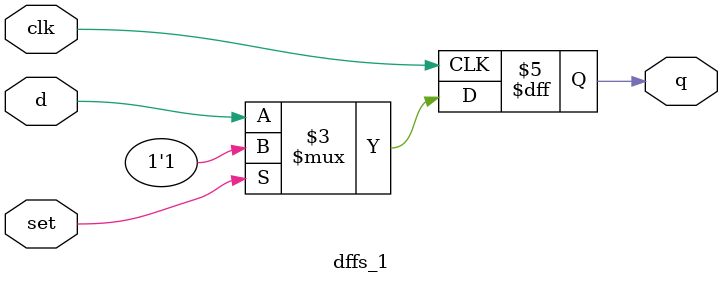
<source format=v>

`celldefine


module dffc_3 ( clk, reset, d, q );
	// synthesis attribute keep_hierarchy dffc_3 "true";
	input clk;
	input reset;
	input [2:0] d;
	output [2:0] q;
	reg [2:0] q;
	// synopsys translate_off
`ifdef RANDOM_INIT
	initial
	$random_init("q");
`endif
`ifdef CHK_RESET_EOS
	assert_quiescent_state #(0,1,0, 
	"***ERROR ASSERT: reset still asserted at end of simulation")
	a0(.clk(clk),.reset_n(1'b1), .state_expr(reset),
	.check_value(1'b0), .sample_event(1'b0));
`endif
	// synopsys translate_on
	always @(posedge clk) begin
	if (reset)
	q <= 3'b0;
	else
	q <= d;
	end
endmodule

// macexp DFFC 6
// macexp $size 256
// macexp $instance
// macexp clk
// macexp reset
// macexp d
// macexp q

module dffc_256 ( clk, reset, d, q );
	// synthesis attribute keep_hierarchy dffc_256 "true";
	input clk;
	input reset;
	input [255:0] d;
	output [255:0] q;
	reg [255:0] q;
	// synopsys translate_off
`ifdef RANDOM_INIT
	initial
	$random_init("q");
`endif
`ifdef CHK_RESET_EOS
	assert_quiescent_state #(0,1,0, 
	"***ERROR ASSERT: reset still asserted at end of simulation")
	a0(.clk(clk),.reset_n(1'b1), .state_expr(reset),
	.check_value(1'b0), .sample_event(1'b0));
`endif
	// synopsys translate_on
	always @(posedge clk) begin
	if (reset)
	q <= 256'b0;
	else
	q <= d;
	end
endmodule

// macexp DFFSI 7
// macexp $size 9
// macexp $instance
// macexp clk
// macexp reset
// macexp init
// macexp d
// macexp q

module dffsi_9 ( clk, reset, init, d, q );
	// synthesis attribute keep_hierarchy dffsi_9 "true";
	input clk;
	input reset;
	input [8:0] init;
	input [8:0] d;
	output [8:0] q;
	reg [8:0] q;
	// synopsys translate_off
`ifdef RANDOM_INIT
	initial
	$random_init("q");
`endif
`ifdef CHK_RESET_EOS
	assert_quiescent_state #(0,1,0, 
	"***ERROR ASSERT: reset still asserted at end of simulation")
	a0(.clk(clk),.reset_n(1'b1), .state_expr(reset),
	.check_value(1'b0), .sample_event(1'b0));
`endif
	// synopsys translate_on
	always @(posedge clk) begin
	if (reset)
	q <= init;
	else
	q <= d;
	end
endmodule

// macexp DFFC 6
// macexp $size 8
// macexp $instance
// macexp clk
// macexp reset
// macexp d
// macexp q

module dffc_8 ( clk, reset, d, q );
	// synthesis attribute keep_hierarchy dffc_8 "true";
	input clk;
	input reset;
	input [7:0] d;
	output [7:0] q;
	reg [7:0] q;
	// synopsys translate_off
`ifdef RANDOM_INIT
	initial
	$random_init("q");
`endif
`ifdef CHK_RESET_EOS
	assert_quiescent_state #(0,1,0, 
	"***ERROR ASSERT: reset still asserted at end of simulation")
	a0(.clk(clk),.reset_n(1'b1), .state_expr(reset),
	.check_value(1'b0), .sample_event(1'b0));
`endif
	// synopsys translate_on
	always @(posedge clk) begin
	if (reset)
	q <= 8'b0;
	else
	q <= d;
	end
endmodule

// macexp DFFC 6
// macexp $size 1
// macexp $instance
// macexp clk
// macexp reset
// macexp d
// macexp q

module dffc_1 ( clk, reset, d, q );
	// synthesis attribute keep_hierarchy dffc_1 "true";
	input clk;
	input reset;
	input d;
	output q;
	reg q;
	// synopsys translate_off
`ifdef RANDOM_INIT
	initial
	$random_init("q");
`endif
`ifdef CHK_RESET_EOS
	assert_quiescent_state #(0,1,0, 
	"***ERROR ASSERT: reset still asserted at end of simulation")
	a0(.clk(clk),.reset_n(1'b1), .state_expr(reset),
	.check_value(1'b0), .sample_event(1'b0));
`endif
	// synopsys translate_on
	always @(posedge clk) begin
	if (reset)
	q <= 1'b0;
	else
	q <= d;
	end
endmodule

// macexp DFF 5
// macexp $size 3
// macexp $instance
// macexp clk
// macexp d
// macexp q

module dff_3 ( clk, d, q );
	// synthesis attribute keep_hierarchy dff_3 "true";
	input clk;
	input [2:0] d;
	output [2:0] q;
	reg [2:0] q;
	// synopsys translate_off
`ifdef RANDOM_INIT
	initial
	$random_init("q");
`endif
	// synopsys translate_on
	always @(posedge clk) begin
	q <= d;
	end
endmodule

// macexp DFF 5
// macexp $size 1
// macexp $instance
// macexp clk
// macexp d
// macexp q

module dff_1 ( clk, d, q );
	// synthesis attribute keep_hierarchy dff_1 "true";
	input clk;
	input d;
	output q;
	reg q;
	// synopsys translate_off
`ifdef RANDOM_INIT
	initial
	$random_init("q");
`endif
	// synopsys translate_on
	always @(posedge clk) begin
	q <= d;
	end
endmodule

// macexp DFFR 6
// macexp $size 3
// macexp $instance
// macexp clk
// macexp reset
// macexp d
// macexp q

module dffr_3 ( clk, reset, d, q );
	// synthesis attribute keep_hierarchy dffr_3 "true";
	input clk;
	input reset;
	input [2:0] d;
	output [2:0] q;
	reg [2:0] q;
	// synopsys translate_off
`ifdef RANDOM_INIT
	initial
	$random_init("q");
`endif
`ifdef CHK_RESET_EOS
	assert_quiescent_state #(0,1,0, 
	"***ERROR ASSERT: reset still asserted at end of simulation")
	a0(.clk(clk),.reset_n(1'b1), .state_expr(reset),
	.check_value(1'b0), .sample_event(1'b0));
`endif
	// synopsys translate_on
	always @(posedge clk or posedge reset) begin
	if (reset)
	q <= 3'b0;
	else
	q <= d;
	end
endmodule

// macexp DFF 5
// macexp $size 64
// macexp $instance
// macexp clk
// macexp d
// macexp q

module dff_64 ( clk, d, q );
	// synthesis attribute keep_hierarchy dff_64 "true";
	input clk;
	input [63:0] d;
	output [63:0] q;
	reg [63:0] q;
	// synopsys translate_off
`ifdef RANDOM_INIT
	initial
	$random_init("q");
`endif
	// synopsys translate_on
	always @(posedge clk) begin
	q <= d;
	end
endmodule

// macexp DFF 5
// macexp $size 2
// macexp $instance
// macexp clk
// macexp d
// macexp q

module dff_2 ( clk, d, q );
	// synthesis attribute keep_hierarchy dff_2 "true";
	input clk;
	input [1:0] d;
	output [1:0] q;
	reg [1:0] q;
	// synopsys translate_off
`ifdef RANDOM_INIT
	initial
	$random_init("q");
`endif
	// synopsys translate_on
	always @(posedge clk) begin
	q <= d;
	end
endmodule

// macexp DFF 5
// macexp $size 48
// macexp $instance
// macexp clk
// macexp d
// macexp q

module dff_48 ( clk, d, q );
	// synthesis attribute keep_hierarchy dff_48 "true";
	input clk;
	input [47:0] d;
	output [47:0] q;
	reg [47:0] q;
	// synopsys translate_off
`ifdef RANDOM_INIT
	initial
	$random_init("q");
`endif
	// synopsys translate_on
	always @(posedge clk) begin
	q <= d;
	end
endmodule

// macexp DFFS_KEEP 6
// macexp $size 1
// macexp $instance
// macexp clk
// macexp set
// macexp d
// macexp q

module dffs_keep_1 ( clk, set, d, q );
	// synthesis attribute keep_hierarchy dffs_keep_1 "true";
	// synthesis attribute equivalent_register_removal dffs_keep_1 "no";
	// synthesis attribute shift_extract dffs_keep_1 "no";
	// synthesis attribute shreg_extract dffs_keep_1 "no";
	input clk;
	input set;
	input d;
	// synthesis attribute keep q "true";
	output q;
	// synopsys translate_off
`ifdef CHK_RESET_EOS
	assert_quiescent_state #(0,1,0, 
	"***ERROR ASSERT: set still asserted at end of simulation")
	a0(.clk(clk),.reset_n(1'b1), .state_expr(set),
	.check_value(1'b0), .sample_event(1'b0));
`endif
	// synopsys translate_on
	(* shreg_extract = "no" *)
	(* equivalent_register_removal = "no" *)
	(* S = "TRUE" *)
	(* KEEP = "TRUE" *)
	reg /* synthesis syn_preserve = 1 */ q;
	// synopsys translate_off
`ifdef RANDOM_INIT
	initial
	$random_init("q");
`endif
	// synopsys translate_on
	always @(posedge clk) begin
	if (set)
	q <= ~(1'b0);
	else
	q <= d;
	end
endmodule

// macexp MUX8 12
// macexp $size 115
// macexp $instance
// macexp s
// macexp i0
// macexp i1
// macexp i2
// macexp i3
// macexp i4
// macexp i5
// macexp i6
// macexp i7
// macexp o

module mux8_115 ( s, i0, i1, i2, i3, i4, i5, i6, i7, o );
	// synthesis attribute keep_hierarchy mux8_115 "true";
	input  [2:0] s;
	input  [114:0] i0, i1, i2, i3, i4, i5, i6, i7;
	output [114:0] o;
	wire [7:0] mi0;
	wire [7:0] mi1;
	wire [7:0] mi2;
	wire [7:0] mi3;
	wire [7:0] mi4;
	wire [7:0] mi5;
	wire [7:0] mi6;
	wire [7:0] mi7;
	wire [7:0] mi8;
	wire [7:0] mi9;
	wire [7:0] mi10;
	wire [7:0] mi11;
	wire [7:0] mi12;
	wire [7:0] mi13;
	wire [7:0] mi14;
	wire [7:0] mi15;
	wire [7:0] mi16;
	wire [7:0] mi17;
	wire [7:0] mi18;
	wire [7:0] mi19;
	wire [7:0] mi20;
	wire [7:0] mi21;
	wire [7:0] mi22;
	wire [7:0] mi23;
	wire [7:0] mi24;
	wire [7:0] mi25;
	wire [7:0] mi26;
	wire [7:0] mi27;
	wire [7:0] mi28;
	wire [7:0] mi29;
	wire [7:0] mi30;
	wire [7:0] mi31;
	wire [7:0] mi32;
	wire [7:0] mi33;
	wire [7:0] mi34;
	wire [7:0] mi35;
	wire [7:0] mi36;
	wire [7:0] mi37;
	wire [7:0] mi38;
	wire [7:0] mi39;
	wire [7:0] mi40;
	wire [7:0] mi41;
	wire [7:0] mi42;
	wire [7:0] mi43;
	wire [7:0] mi44;
	wire [7:0] mi45;
	wire [7:0] mi46;
	wire [7:0] mi47;
	wire [7:0] mi48;
	wire [7:0] mi49;
	wire [7:0] mi50;
	wire [7:0] mi51;
	wire [7:0] mi52;
	wire [7:0] mi53;
	wire [7:0] mi54;
	wire [7:0] mi55;
	wire [7:0] mi56;
	wire [7:0] mi57;
	wire [7:0] mi58;
	wire [7:0] mi59;
	wire [7:0] mi60;
	wire [7:0] mi61;
	wire [7:0] mi62;
	wire [7:0] mi63;
	wire [7:0] mi64;
	wire [7:0] mi65;
	wire [7:0] mi66;
	wire [7:0] mi67;
	wire [7:0] mi68;
	wire [7:0] mi69;
	wire [7:0] mi70;
	wire [7:0] mi71;
	wire [7:0] mi72;
	wire [7:0] mi73;
	wire [7:0] mi74;
	wire [7:0] mi75;
	wire [7:0] mi76;
	wire [7:0] mi77;
	wire [7:0] mi78;
	wire [7:0] mi79;
	wire [7:0] mi80;
	wire [7:0] mi81;
	wire [7:0] mi82;
	wire [7:0] mi83;
	wire [7:0] mi84;
	wire [7:0] mi85;
	wire [7:0] mi86;
	wire [7:0] mi87;
	wire [7:0] mi88;
	wire [7:0] mi89;
	wire [7:0] mi90;
	wire [7:0] mi91;
	wire [7:0] mi92;
	wire [7:0] mi93;
	wire [7:0] mi94;
	wire [7:0] mi95;
	wire [7:0] mi96;
	wire [7:0] mi97;
	wire [7:0] mi98;
	wire [7:0] mi99;
	wire [7:0] mi100;
	wire [7:0] mi101;
	wire [7:0] mi102;
	wire [7:0] mi103;
	wire [7:0] mi104;
	wire [7:0] mi105;
	wire [7:0] mi106;
	wire [7:0] mi107;
	wire [7:0] mi108;
	wire [7:0] mi109;
	wire [7:0] mi110;
	wire [7:0] mi111;
	wire [7:0] mi112;
	wire [7:0] mi113;
	wire [7:0] mi114;
	assign mi0 = {i7[0], i6[0], i5[0], i4[0], 
	i3[0], i2[0], i1[0], i0[0]};
	assign o[0] = mi0[s];
	assign mi1 = {i7[1], i6[1], i5[1], i4[1], 
	i3[1], i2[1], i1[1], i0[1]};
	assign o[1] = mi1[s];
	assign mi2 = {i7[2], i6[2], i5[2], i4[2], 
	i3[2], i2[2], i1[2], i0[2]};
	assign o[2] = mi2[s];
	assign mi3 = {i7[3], i6[3], i5[3], i4[3], 
	i3[3], i2[3], i1[3], i0[3]};
	assign o[3] = mi3[s];
	assign mi4 = {i7[4], i6[4], i5[4], i4[4], 
	i3[4], i2[4], i1[4], i0[4]};
	assign o[4] = mi4[s];
	assign mi5 = {i7[5], i6[5], i5[5], i4[5], 
	i3[5], i2[5], i1[5], i0[5]};
	assign o[5] = mi5[s];
	assign mi6 = {i7[6], i6[6], i5[6], i4[6], 
	i3[6], i2[6], i1[6], i0[6]};
	assign o[6] = mi6[s];
	assign mi7 = {i7[7], i6[7], i5[7], i4[7], 
	i3[7], i2[7], i1[7], i0[7]};
	assign o[7] = mi7[s];
	assign mi8 = {i7[8], i6[8], i5[8], i4[8], 
	i3[8], i2[8], i1[8], i0[8]};
	assign o[8] = mi8[s];
	assign mi9 = {i7[9], i6[9], i5[9], i4[9], 
	i3[9], i2[9], i1[9], i0[9]};
	assign o[9] = mi9[s];
	assign mi10 = {i7[10], i6[10], i5[10], i4[10], 
	i3[10], i2[10], i1[10], i0[10]};
	assign o[10] = mi10[s];
	assign mi11 = {i7[11], i6[11], i5[11], i4[11], 
	i3[11], i2[11], i1[11], i0[11]};
	assign o[11] = mi11[s];
	assign mi12 = {i7[12], i6[12], i5[12], i4[12], 
	i3[12], i2[12], i1[12], i0[12]};
	assign o[12] = mi12[s];
	assign mi13 = {i7[13], i6[13], i5[13], i4[13], 
	i3[13], i2[13], i1[13], i0[13]};
	assign o[13] = mi13[s];
	assign mi14 = {i7[14], i6[14], i5[14], i4[14], 
	i3[14], i2[14], i1[14], i0[14]};
	assign o[14] = mi14[s];
	assign mi15 = {i7[15], i6[15], i5[15], i4[15], 
	i3[15], i2[15], i1[15], i0[15]};
	assign o[15] = mi15[s];
	assign mi16 = {i7[16], i6[16], i5[16], i4[16], 
	i3[16], i2[16], i1[16], i0[16]};
	assign o[16] = mi16[s];
	assign mi17 = {i7[17], i6[17], i5[17], i4[17], 
	i3[17], i2[17], i1[17], i0[17]};
	assign o[17] = mi17[s];
	assign mi18 = {i7[18], i6[18], i5[18], i4[18], 
	i3[18], i2[18], i1[18], i0[18]};
	assign o[18] = mi18[s];
	assign mi19 = {i7[19], i6[19], i5[19], i4[19], 
	i3[19], i2[19], i1[19], i0[19]};
	assign o[19] = mi19[s];
	assign mi20 = {i7[20], i6[20], i5[20], i4[20], 
	i3[20], i2[20], i1[20], i0[20]};
	assign o[20] = mi20[s];
	assign mi21 = {i7[21], i6[21], i5[21], i4[21], 
	i3[21], i2[21], i1[21], i0[21]};
	assign o[21] = mi21[s];
	assign mi22 = {i7[22], i6[22], i5[22], i4[22], 
	i3[22], i2[22], i1[22], i0[22]};
	assign o[22] = mi22[s];
	assign mi23 = {i7[23], i6[23], i5[23], i4[23], 
	i3[23], i2[23], i1[23], i0[23]};
	assign o[23] = mi23[s];
	assign mi24 = {i7[24], i6[24], i5[24], i4[24], 
	i3[24], i2[24], i1[24], i0[24]};
	assign o[24] = mi24[s];
	assign mi25 = {i7[25], i6[25], i5[25], i4[25], 
	i3[25], i2[25], i1[25], i0[25]};
	assign o[25] = mi25[s];
	assign mi26 = {i7[26], i6[26], i5[26], i4[26], 
	i3[26], i2[26], i1[26], i0[26]};
	assign o[26] = mi26[s];
	assign mi27 = {i7[27], i6[27], i5[27], i4[27], 
	i3[27], i2[27], i1[27], i0[27]};
	assign o[27] = mi27[s];
	assign mi28 = {i7[28], i6[28], i5[28], i4[28], 
	i3[28], i2[28], i1[28], i0[28]};
	assign o[28] = mi28[s];
	assign mi29 = {i7[29], i6[29], i5[29], i4[29], 
	i3[29], i2[29], i1[29], i0[29]};
	assign o[29] = mi29[s];
	assign mi30 = {i7[30], i6[30], i5[30], i4[30], 
	i3[30], i2[30], i1[30], i0[30]};
	assign o[30] = mi30[s];
	assign mi31 = {i7[31], i6[31], i5[31], i4[31], 
	i3[31], i2[31], i1[31], i0[31]};
	assign o[31] = mi31[s];
	assign mi32 = {i7[32], i6[32], i5[32], i4[32], 
	i3[32], i2[32], i1[32], i0[32]};
	assign o[32] = mi32[s];
	assign mi33 = {i7[33], i6[33], i5[33], i4[33], 
	i3[33], i2[33], i1[33], i0[33]};
	assign o[33] = mi33[s];
	assign mi34 = {i7[34], i6[34], i5[34], i4[34], 
	i3[34], i2[34], i1[34], i0[34]};
	assign o[34] = mi34[s];
	assign mi35 = {i7[35], i6[35], i5[35], i4[35], 
	i3[35], i2[35], i1[35], i0[35]};
	assign o[35] = mi35[s];
	assign mi36 = {i7[36], i6[36], i5[36], i4[36], 
	i3[36], i2[36], i1[36], i0[36]};
	assign o[36] = mi36[s];
	assign mi37 = {i7[37], i6[37], i5[37], i4[37], 
	i3[37], i2[37], i1[37], i0[37]};
	assign o[37] = mi37[s];
	assign mi38 = {i7[38], i6[38], i5[38], i4[38], 
	i3[38], i2[38], i1[38], i0[38]};
	assign o[38] = mi38[s];
	assign mi39 = {i7[39], i6[39], i5[39], i4[39], 
	i3[39], i2[39], i1[39], i0[39]};
	assign o[39] = mi39[s];
	assign mi40 = {i7[40], i6[40], i5[40], i4[40], 
	i3[40], i2[40], i1[40], i0[40]};
	assign o[40] = mi40[s];
	assign mi41 = {i7[41], i6[41], i5[41], i4[41], 
	i3[41], i2[41], i1[41], i0[41]};
	assign o[41] = mi41[s];
	assign mi42 = {i7[42], i6[42], i5[42], i4[42], 
	i3[42], i2[42], i1[42], i0[42]};
	assign o[42] = mi42[s];
	assign mi43 = {i7[43], i6[43], i5[43], i4[43], 
	i3[43], i2[43], i1[43], i0[43]};
	assign o[43] = mi43[s];
	assign mi44 = {i7[44], i6[44], i5[44], i4[44], 
	i3[44], i2[44], i1[44], i0[44]};
	assign o[44] = mi44[s];
	assign mi45 = {i7[45], i6[45], i5[45], i4[45], 
	i3[45], i2[45], i1[45], i0[45]};
	assign o[45] = mi45[s];
	assign mi46 = {i7[46], i6[46], i5[46], i4[46], 
	i3[46], i2[46], i1[46], i0[46]};
	assign o[46] = mi46[s];
	assign mi47 = {i7[47], i6[47], i5[47], i4[47], 
	i3[47], i2[47], i1[47], i0[47]};
	assign o[47] = mi47[s];
	assign mi48 = {i7[48], i6[48], i5[48], i4[48], 
	i3[48], i2[48], i1[48], i0[48]};
	assign o[48] = mi48[s];
	assign mi49 = {i7[49], i6[49], i5[49], i4[49], 
	i3[49], i2[49], i1[49], i0[49]};
	assign o[49] = mi49[s];
	assign mi50 = {i7[50], i6[50], i5[50], i4[50], 
	i3[50], i2[50], i1[50], i0[50]};
	assign o[50] = mi50[s];
	assign mi51 = {i7[51], i6[51], i5[51], i4[51], 
	i3[51], i2[51], i1[51], i0[51]};
	assign o[51] = mi51[s];
	assign mi52 = {i7[52], i6[52], i5[52], i4[52], 
	i3[52], i2[52], i1[52], i0[52]};
	assign o[52] = mi52[s];
	assign mi53 = {i7[53], i6[53], i5[53], i4[53], 
	i3[53], i2[53], i1[53], i0[53]};
	assign o[53] = mi53[s];
	assign mi54 = {i7[54], i6[54], i5[54], i4[54], 
	i3[54], i2[54], i1[54], i0[54]};
	assign o[54] = mi54[s];
	assign mi55 = {i7[55], i6[55], i5[55], i4[55], 
	i3[55], i2[55], i1[55], i0[55]};
	assign o[55] = mi55[s];
	assign mi56 = {i7[56], i6[56], i5[56], i4[56], 
	i3[56], i2[56], i1[56], i0[56]};
	assign o[56] = mi56[s];
	assign mi57 = {i7[57], i6[57], i5[57], i4[57], 
	i3[57], i2[57], i1[57], i0[57]};
	assign o[57] = mi57[s];
	assign mi58 = {i7[58], i6[58], i5[58], i4[58], 
	i3[58], i2[58], i1[58], i0[58]};
	assign o[58] = mi58[s];
	assign mi59 = {i7[59], i6[59], i5[59], i4[59], 
	i3[59], i2[59], i1[59], i0[59]};
	assign o[59] = mi59[s];
	assign mi60 = {i7[60], i6[60], i5[60], i4[60], 
	i3[60], i2[60], i1[60], i0[60]};
	assign o[60] = mi60[s];
	assign mi61 = {i7[61], i6[61], i5[61], i4[61], 
	i3[61], i2[61], i1[61], i0[61]};
	assign o[61] = mi61[s];
	assign mi62 = {i7[62], i6[62], i5[62], i4[62], 
	i3[62], i2[62], i1[62], i0[62]};
	assign o[62] = mi62[s];
	assign mi63 = {i7[63], i6[63], i5[63], i4[63], 
	i3[63], i2[63], i1[63], i0[63]};
	assign o[63] = mi63[s];
	assign mi64 = {i7[64], i6[64], i5[64], i4[64], 
	i3[64], i2[64], i1[64], i0[64]};
	assign o[64] = mi64[s];
	assign mi65 = {i7[65], i6[65], i5[65], i4[65], 
	i3[65], i2[65], i1[65], i0[65]};
	assign o[65] = mi65[s];
	assign mi66 = {i7[66], i6[66], i5[66], i4[66], 
	i3[66], i2[66], i1[66], i0[66]};
	assign o[66] = mi66[s];
	assign mi67 = {i7[67], i6[67], i5[67], i4[67], 
	i3[67], i2[67], i1[67], i0[67]};
	assign o[67] = mi67[s];
	assign mi68 = {i7[68], i6[68], i5[68], i4[68], 
	i3[68], i2[68], i1[68], i0[68]};
	assign o[68] = mi68[s];
	assign mi69 = {i7[69], i6[69], i5[69], i4[69], 
	i3[69], i2[69], i1[69], i0[69]};
	assign o[69] = mi69[s];
	assign mi70 = {i7[70], i6[70], i5[70], i4[70], 
	i3[70], i2[70], i1[70], i0[70]};
	assign o[70] = mi70[s];
	assign mi71 = {i7[71], i6[71], i5[71], i4[71], 
	i3[71], i2[71], i1[71], i0[71]};
	assign o[71] = mi71[s];
	assign mi72 = {i7[72], i6[72], i5[72], i4[72], 
	i3[72], i2[72], i1[72], i0[72]};
	assign o[72] = mi72[s];
	assign mi73 = {i7[73], i6[73], i5[73], i4[73], 
	i3[73], i2[73], i1[73], i0[73]};
	assign o[73] = mi73[s];
	assign mi74 = {i7[74], i6[74], i5[74], i4[74], 
	i3[74], i2[74], i1[74], i0[74]};
	assign o[74] = mi74[s];
	assign mi75 = {i7[75], i6[75], i5[75], i4[75], 
	i3[75], i2[75], i1[75], i0[75]};
	assign o[75] = mi75[s];
	assign mi76 = {i7[76], i6[76], i5[76], i4[76], 
	i3[76], i2[76], i1[76], i0[76]};
	assign o[76] = mi76[s];
	assign mi77 = {i7[77], i6[77], i5[77], i4[77], 
	i3[77], i2[77], i1[77], i0[77]};
	assign o[77] = mi77[s];
	assign mi78 = {i7[78], i6[78], i5[78], i4[78], 
	i3[78], i2[78], i1[78], i0[78]};
	assign o[78] = mi78[s];
	assign mi79 = {i7[79], i6[79], i5[79], i4[79], 
	i3[79], i2[79], i1[79], i0[79]};
	assign o[79] = mi79[s];
	assign mi80 = {i7[80], i6[80], i5[80], i4[80], 
	i3[80], i2[80], i1[80], i0[80]};
	assign o[80] = mi80[s];
	assign mi81 = {i7[81], i6[81], i5[81], i4[81], 
	i3[81], i2[81], i1[81], i0[81]};
	assign o[81] = mi81[s];
	assign mi82 = {i7[82], i6[82], i5[82], i4[82], 
	i3[82], i2[82], i1[82], i0[82]};
	assign o[82] = mi82[s];
	assign mi83 = {i7[83], i6[83], i5[83], i4[83], 
	i3[83], i2[83], i1[83], i0[83]};
	assign o[83] = mi83[s];
	assign mi84 = {i7[84], i6[84], i5[84], i4[84], 
	i3[84], i2[84], i1[84], i0[84]};
	assign o[84] = mi84[s];
	assign mi85 = {i7[85], i6[85], i5[85], i4[85], 
	i3[85], i2[85], i1[85], i0[85]};
	assign o[85] = mi85[s];
	assign mi86 = {i7[86], i6[86], i5[86], i4[86], 
	i3[86], i2[86], i1[86], i0[86]};
	assign o[86] = mi86[s];
	assign mi87 = {i7[87], i6[87], i5[87], i4[87], 
	i3[87], i2[87], i1[87], i0[87]};
	assign o[87] = mi87[s];
	assign mi88 = {i7[88], i6[88], i5[88], i4[88], 
	i3[88], i2[88], i1[88], i0[88]};
	assign o[88] = mi88[s];
	assign mi89 = {i7[89], i6[89], i5[89], i4[89], 
	i3[89], i2[89], i1[89], i0[89]};
	assign o[89] = mi89[s];
	assign mi90 = {i7[90], i6[90], i5[90], i4[90], 
	i3[90], i2[90], i1[90], i0[90]};
	assign o[90] = mi90[s];
	assign mi91 = {i7[91], i6[91], i5[91], i4[91], 
	i3[91], i2[91], i1[91], i0[91]};
	assign o[91] = mi91[s];
	assign mi92 = {i7[92], i6[92], i5[92], i4[92], 
	i3[92], i2[92], i1[92], i0[92]};
	assign o[92] = mi92[s];
	assign mi93 = {i7[93], i6[93], i5[93], i4[93], 
	i3[93], i2[93], i1[93], i0[93]};
	assign o[93] = mi93[s];
	assign mi94 = {i7[94], i6[94], i5[94], i4[94], 
	i3[94], i2[94], i1[94], i0[94]};
	assign o[94] = mi94[s];
	assign mi95 = {i7[95], i6[95], i5[95], i4[95], 
	i3[95], i2[95], i1[95], i0[95]};
	assign o[95] = mi95[s];
	assign mi96 = {i7[96], i6[96], i5[96], i4[96], 
	i3[96], i2[96], i1[96], i0[96]};
	assign o[96] = mi96[s];
	assign mi97 = {i7[97], i6[97], i5[97], i4[97], 
	i3[97], i2[97], i1[97], i0[97]};
	assign o[97] = mi97[s];
	assign mi98 = {i7[98], i6[98], i5[98], i4[98], 
	i3[98], i2[98], i1[98], i0[98]};
	assign o[98] = mi98[s];
	assign mi99 = {i7[99], i6[99], i5[99], i4[99], 
	i3[99], i2[99], i1[99], i0[99]};
	assign o[99] = mi99[s];
	assign mi100 = {i7[100], i6[100], i5[100], i4[100], 
	i3[100], i2[100], i1[100], i0[100]};
	assign o[100] = mi100[s];
	assign mi101 = {i7[101], i6[101], i5[101], i4[101], 
	i3[101], i2[101], i1[101], i0[101]};
	assign o[101] = mi101[s];
	assign mi102 = {i7[102], i6[102], i5[102], i4[102], 
	i3[102], i2[102], i1[102], i0[102]};
	assign o[102] = mi102[s];
	assign mi103 = {i7[103], i6[103], i5[103], i4[103], 
	i3[103], i2[103], i1[103], i0[103]};
	assign o[103] = mi103[s];
	assign mi104 = {i7[104], i6[104], i5[104], i4[104], 
	i3[104], i2[104], i1[104], i0[104]};
	assign o[104] = mi104[s];
	assign mi105 = {i7[105], i6[105], i5[105], i4[105], 
	i3[105], i2[105], i1[105], i0[105]};
	assign o[105] = mi105[s];
	assign mi106 = {i7[106], i6[106], i5[106], i4[106], 
	i3[106], i2[106], i1[106], i0[106]};
	assign o[106] = mi106[s];
	assign mi107 = {i7[107], i6[107], i5[107], i4[107], 
	i3[107], i2[107], i1[107], i0[107]};
	assign o[107] = mi107[s];
	assign mi108 = {i7[108], i6[108], i5[108], i4[108], 
	i3[108], i2[108], i1[108], i0[108]};
	assign o[108] = mi108[s];
	assign mi109 = {i7[109], i6[109], i5[109], i4[109], 
	i3[109], i2[109], i1[109], i0[109]};
	assign o[109] = mi109[s];
	assign mi110 = {i7[110], i6[110], i5[110], i4[110], 
	i3[110], i2[110], i1[110], i0[110]};
	assign o[110] = mi110[s];
	assign mi111 = {i7[111], i6[111], i5[111], i4[111], 
	i3[111], i2[111], i1[111], i0[111]};
	assign o[111] = mi111[s];
	assign mi112 = {i7[112], i6[112], i5[112], i4[112], 
	i3[112], i2[112], i1[112], i0[112]};
	assign o[112] = mi112[s];
	assign mi113 = {i7[113], i6[113], i5[113], i4[113], 
	i3[113], i2[113], i1[113], i0[113]};
	assign o[113] = mi113[s];
	assign mi114 = {i7[114], i6[114], i5[114], i4[114], 
	i3[114], i2[114], i1[114], i0[114]};
	assign o[114] = mi114[s];
endmodule

// macexp MUX8 12
// macexp $size 96
// macexp $instance
// macexp s
// macexp i0
// macexp i1
// macexp i2
// macexp i3
// macexp i4
// macexp i5
// macexp i6
// macexp i7
// macexp o

module mux8_96 ( s, i0, i1, i2, i3, i4, i5, i6, i7, o );
	// synthesis attribute keep_hierarchy mux8_96 "true";
	input  [2:0] s;
	input  [95:0] i0, i1, i2, i3, i4, i5, i6, i7;
	output [95:0] o;
	wire [7:0] mi0;
	wire [7:0] mi1;
	wire [7:0] mi2;
	wire [7:0] mi3;
	wire [7:0] mi4;
	wire [7:0] mi5;
	wire [7:0] mi6;
	wire [7:0] mi7;
	wire [7:0] mi8;
	wire [7:0] mi9;
	wire [7:0] mi10;
	wire [7:0] mi11;
	wire [7:0] mi12;
	wire [7:0] mi13;
	wire [7:0] mi14;
	wire [7:0] mi15;
	wire [7:0] mi16;
	wire [7:0] mi17;
	wire [7:0] mi18;
	wire [7:0] mi19;
	wire [7:0] mi20;
	wire [7:0] mi21;
	wire [7:0] mi22;
	wire [7:0] mi23;
	wire [7:0] mi24;
	wire [7:0] mi25;
	wire [7:0] mi26;
	wire [7:0] mi27;
	wire [7:0] mi28;
	wire [7:0] mi29;
	wire [7:0] mi30;
	wire [7:0] mi31;
	wire [7:0] mi32;
	wire [7:0] mi33;
	wire [7:0] mi34;
	wire [7:0] mi35;
	wire [7:0] mi36;
	wire [7:0] mi37;
	wire [7:0] mi38;
	wire [7:0] mi39;
	wire [7:0] mi40;
	wire [7:0] mi41;
	wire [7:0] mi42;
	wire [7:0] mi43;
	wire [7:0] mi44;
	wire [7:0] mi45;
	wire [7:0] mi46;
	wire [7:0] mi47;
	wire [7:0] mi48;
	wire [7:0] mi49;
	wire [7:0] mi50;
	wire [7:0] mi51;
	wire [7:0] mi52;
	wire [7:0] mi53;
	wire [7:0] mi54;
	wire [7:0] mi55;
	wire [7:0] mi56;
	wire [7:0] mi57;
	wire [7:0] mi58;
	wire [7:0] mi59;
	wire [7:0] mi60;
	wire [7:0] mi61;
	wire [7:0] mi62;
	wire [7:0] mi63;
	wire [7:0] mi64;
	wire [7:0] mi65;
	wire [7:0] mi66;
	wire [7:0] mi67;
	wire [7:0] mi68;
	wire [7:0] mi69;
	wire [7:0] mi70;
	wire [7:0] mi71;
	wire [7:0] mi72;
	wire [7:0] mi73;
	wire [7:0] mi74;
	wire [7:0] mi75;
	wire [7:0] mi76;
	wire [7:0] mi77;
	wire [7:0] mi78;
	wire [7:0] mi79;
	wire [7:0] mi80;
	wire [7:0] mi81;
	wire [7:0] mi82;
	wire [7:0] mi83;
	wire [7:0] mi84;
	wire [7:0] mi85;
	wire [7:0] mi86;
	wire [7:0] mi87;
	wire [7:0] mi88;
	wire [7:0] mi89;
	wire [7:0] mi90;
	wire [7:0] mi91;
	wire [7:0] mi92;
	wire [7:0] mi93;
	wire [7:0] mi94;
	wire [7:0] mi95;
	assign mi0 = {i7[0], i6[0], i5[0], i4[0], 
	i3[0], i2[0], i1[0], i0[0]};
	assign o[0] = mi0[s];
	assign mi1 = {i7[1], i6[1], i5[1], i4[1], 
	i3[1], i2[1], i1[1], i0[1]};
	assign o[1] = mi1[s];
	assign mi2 = {i7[2], i6[2], i5[2], i4[2], 
	i3[2], i2[2], i1[2], i0[2]};
	assign o[2] = mi2[s];
	assign mi3 = {i7[3], i6[3], i5[3], i4[3], 
	i3[3], i2[3], i1[3], i0[3]};
	assign o[3] = mi3[s];
	assign mi4 = {i7[4], i6[4], i5[4], i4[4], 
	i3[4], i2[4], i1[4], i0[4]};
	assign o[4] = mi4[s];
	assign mi5 = {i7[5], i6[5], i5[5], i4[5], 
	i3[5], i2[5], i1[5], i0[5]};
	assign o[5] = mi5[s];
	assign mi6 = {i7[6], i6[6], i5[6], i4[6], 
	i3[6], i2[6], i1[6], i0[6]};
	assign o[6] = mi6[s];
	assign mi7 = {i7[7], i6[7], i5[7], i4[7], 
	i3[7], i2[7], i1[7], i0[7]};
	assign o[7] = mi7[s];
	assign mi8 = {i7[8], i6[8], i5[8], i4[8], 
	i3[8], i2[8], i1[8], i0[8]};
	assign o[8] = mi8[s];
	assign mi9 = {i7[9], i6[9], i5[9], i4[9], 
	i3[9], i2[9], i1[9], i0[9]};
	assign o[9] = mi9[s];
	assign mi10 = {i7[10], i6[10], i5[10], i4[10], 
	i3[10], i2[10], i1[10], i0[10]};
	assign o[10] = mi10[s];
	assign mi11 = {i7[11], i6[11], i5[11], i4[11], 
	i3[11], i2[11], i1[11], i0[11]};
	assign o[11] = mi11[s];
	assign mi12 = {i7[12], i6[12], i5[12], i4[12], 
	i3[12], i2[12], i1[12], i0[12]};
	assign o[12] = mi12[s];
	assign mi13 = {i7[13], i6[13], i5[13], i4[13], 
	i3[13], i2[13], i1[13], i0[13]};
	assign o[13] = mi13[s];
	assign mi14 = {i7[14], i6[14], i5[14], i4[14], 
	i3[14], i2[14], i1[14], i0[14]};
	assign o[14] = mi14[s];
	assign mi15 = {i7[15], i6[15], i5[15], i4[15], 
	i3[15], i2[15], i1[15], i0[15]};
	assign o[15] = mi15[s];
	assign mi16 = {i7[16], i6[16], i5[16], i4[16], 
	i3[16], i2[16], i1[16], i0[16]};
	assign o[16] = mi16[s];
	assign mi17 = {i7[17], i6[17], i5[17], i4[17], 
	i3[17], i2[17], i1[17], i0[17]};
	assign o[17] = mi17[s];
	assign mi18 = {i7[18], i6[18], i5[18], i4[18], 
	i3[18], i2[18], i1[18], i0[18]};
	assign o[18] = mi18[s];
	assign mi19 = {i7[19], i6[19], i5[19], i4[19], 
	i3[19], i2[19], i1[19], i0[19]};
	assign o[19] = mi19[s];
	assign mi20 = {i7[20], i6[20], i5[20], i4[20], 
	i3[20], i2[20], i1[20], i0[20]};
	assign o[20] = mi20[s];
	assign mi21 = {i7[21], i6[21], i5[21], i4[21], 
	i3[21], i2[21], i1[21], i0[21]};
	assign o[21] = mi21[s];
	assign mi22 = {i7[22], i6[22], i5[22], i4[22], 
	i3[22], i2[22], i1[22], i0[22]};
	assign o[22] = mi22[s];
	assign mi23 = {i7[23], i6[23], i5[23], i4[23], 
	i3[23], i2[23], i1[23], i0[23]};
	assign o[23] = mi23[s];
	assign mi24 = {i7[24], i6[24], i5[24], i4[24], 
	i3[24], i2[24], i1[24], i0[24]};
	assign o[24] = mi24[s];
	assign mi25 = {i7[25], i6[25], i5[25], i4[25], 
	i3[25], i2[25], i1[25], i0[25]};
	assign o[25] = mi25[s];
	assign mi26 = {i7[26], i6[26], i5[26], i4[26], 
	i3[26], i2[26], i1[26], i0[26]};
	assign o[26] = mi26[s];
	assign mi27 = {i7[27], i6[27], i5[27], i4[27], 
	i3[27], i2[27], i1[27], i0[27]};
	assign o[27] = mi27[s];
	assign mi28 = {i7[28], i6[28], i5[28], i4[28], 
	i3[28], i2[28], i1[28], i0[28]};
	assign o[28] = mi28[s];
	assign mi29 = {i7[29], i6[29], i5[29], i4[29], 
	i3[29], i2[29], i1[29], i0[29]};
	assign o[29] = mi29[s];
	assign mi30 = {i7[30], i6[30], i5[30], i4[30], 
	i3[30], i2[30], i1[30], i0[30]};
	assign o[30] = mi30[s];
	assign mi31 = {i7[31], i6[31], i5[31], i4[31], 
	i3[31], i2[31], i1[31], i0[31]};
	assign o[31] = mi31[s];
	assign mi32 = {i7[32], i6[32], i5[32], i4[32], 
	i3[32], i2[32], i1[32], i0[32]};
	assign o[32] = mi32[s];
	assign mi33 = {i7[33], i6[33], i5[33], i4[33], 
	i3[33], i2[33], i1[33], i0[33]};
	assign o[33] = mi33[s];
	assign mi34 = {i7[34], i6[34], i5[34], i4[34], 
	i3[34], i2[34], i1[34], i0[34]};
	assign o[34] = mi34[s];
	assign mi35 = {i7[35], i6[35], i5[35], i4[35], 
	i3[35], i2[35], i1[35], i0[35]};
	assign o[35] = mi35[s];
	assign mi36 = {i7[36], i6[36], i5[36], i4[36], 
	i3[36], i2[36], i1[36], i0[36]};
	assign o[36] = mi36[s];
	assign mi37 = {i7[37], i6[37], i5[37], i4[37], 
	i3[37], i2[37], i1[37], i0[37]};
	assign o[37] = mi37[s];
	assign mi38 = {i7[38], i6[38], i5[38], i4[38], 
	i3[38], i2[38], i1[38], i0[38]};
	assign o[38] = mi38[s];
	assign mi39 = {i7[39], i6[39], i5[39], i4[39], 
	i3[39], i2[39], i1[39], i0[39]};
	assign o[39] = mi39[s];
	assign mi40 = {i7[40], i6[40], i5[40], i4[40], 
	i3[40], i2[40], i1[40], i0[40]};
	assign o[40] = mi40[s];
	assign mi41 = {i7[41], i6[41], i5[41], i4[41], 
	i3[41], i2[41], i1[41], i0[41]};
	assign o[41] = mi41[s];
	assign mi42 = {i7[42], i6[42], i5[42], i4[42], 
	i3[42], i2[42], i1[42], i0[42]};
	assign o[42] = mi42[s];
	assign mi43 = {i7[43], i6[43], i5[43], i4[43], 
	i3[43], i2[43], i1[43], i0[43]};
	assign o[43] = mi43[s];
	assign mi44 = {i7[44], i6[44], i5[44], i4[44], 
	i3[44], i2[44], i1[44], i0[44]};
	assign o[44] = mi44[s];
	assign mi45 = {i7[45], i6[45], i5[45], i4[45], 
	i3[45], i2[45], i1[45], i0[45]};
	assign o[45] = mi45[s];
	assign mi46 = {i7[46], i6[46], i5[46], i4[46], 
	i3[46], i2[46], i1[46], i0[46]};
	assign o[46] = mi46[s];
	assign mi47 = {i7[47], i6[47], i5[47], i4[47], 
	i3[47], i2[47], i1[47], i0[47]};
	assign o[47] = mi47[s];
	assign mi48 = {i7[48], i6[48], i5[48], i4[48], 
	i3[48], i2[48], i1[48], i0[48]};
	assign o[48] = mi48[s];
	assign mi49 = {i7[49], i6[49], i5[49], i4[49], 
	i3[49], i2[49], i1[49], i0[49]};
	assign o[49] = mi49[s];
	assign mi50 = {i7[50], i6[50], i5[50], i4[50], 
	i3[50], i2[50], i1[50], i0[50]};
	assign o[50] = mi50[s];
	assign mi51 = {i7[51], i6[51], i5[51], i4[51], 
	i3[51], i2[51], i1[51], i0[51]};
	assign o[51] = mi51[s];
	assign mi52 = {i7[52], i6[52], i5[52], i4[52], 
	i3[52], i2[52], i1[52], i0[52]};
	assign o[52] = mi52[s];
	assign mi53 = {i7[53], i6[53], i5[53], i4[53], 
	i3[53], i2[53], i1[53], i0[53]};
	assign o[53] = mi53[s];
	assign mi54 = {i7[54], i6[54], i5[54], i4[54], 
	i3[54], i2[54], i1[54], i0[54]};
	assign o[54] = mi54[s];
	assign mi55 = {i7[55], i6[55], i5[55], i4[55], 
	i3[55], i2[55], i1[55], i0[55]};
	assign o[55] = mi55[s];
	assign mi56 = {i7[56], i6[56], i5[56], i4[56], 
	i3[56], i2[56], i1[56], i0[56]};
	assign o[56] = mi56[s];
	assign mi57 = {i7[57], i6[57], i5[57], i4[57], 
	i3[57], i2[57], i1[57], i0[57]};
	assign o[57] = mi57[s];
	assign mi58 = {i7[58], i6[58], i5[58], i4[58], 
	i3[58], i2[58], i1[58], i0[58]};
	assign o[58] = mi58[s];
	assign mi59 = {i7[59], i6[59], i5[59], i4[59], 
	i3[59], i2[59], i1[59], i0[59]};
	assign o[59] = mi59[s];
	assign mi60 = {i7[60], i6[60], i5[60], i4[60], 
	i3[60], i2[60], i1[60], i0[60]};
	assign o[60] = mi60[s];
	assign mi61 = {i7[61], i6[61], i5[61], i4[61], 
	i3[61], i2[61], i1[61], i0[61]};
	assign o[61] = mi61[s];
	assign mi62 = {i7[62], i6[62], i5[62], i4[62], 
	i3[62], i2[62], i1[62], i0[62]};
	assign o[62] = mi62[s];
	assign mi63 = {i7[63], i6[63], i5[63], i4[63], 
	i3[63], i2[63], i1[63], i0[63]};
	assign o[63] = mi63[s];
	assign mi64 = {i7[64], i6[64], i5[64], i4[64], 
	i3[64], i2[64], i1[64], i0[64]};
	assign o[64] = mi64[s];
	assign mi65 = {i7[65], i6[65], i5[65], i4[65], 
	i3[65], i2[65], i1[65], i0[65]};
	assign o[65] = mi65[s];
	assign mi66 = {i7[66], i6[66], i5[66], i4[66], 
	i3[66], i2[66], i1[66], i0[66]};
	assign o[66] = mi66[s];
	assign mi67 = {i7[67], i6[67], i5[67], i4[67], 
	i3[67], i2[67], i1[67], i0[67]};
	assign o[67] = mi67[s];
	assign mi68 = {i7[68], i6[68], i5[68], i4[68], 
	i3[68], i2[68], i1[68], i0[68]};
	assign o[68] = mi68[s];
	assign mi69 = {i7[69], i6[69], i5[69], i4[69], 
	i3[69], i2[69], i1[69], i0[69]};
	assign o[69] = mi69[s];
	assign mi70 = {i7[70], i6[70], i5[70], i4[70], 
	i3[70], i2[70], i1[70], i0[70]};
	assign o[70] = mi70[s];
	assign mi71 = {i7[71], i6[71], i5[71], i4[71], 
	i3[71], i2[71], i1[71], i0[71]};
	assign o[71] = mi71[s];
	assign mi72 = {i7[72], i6[72], i5[72], i4[72], 
	i3[72], i2[72], i1[72], i0[72]};
	assign o[72] = mi72[s];
	assign mi73 = {i7[73], i6[73], i5[73], i4[73], 
	i3[73], i2[73], i1[73], i0[73]};
	assign o[73] = mi73[s];
	assign mi74 = {i7[74], i6[74], i5[74], i4[74], 
	i3[74], i2[74], i1[74], i0[74]};
	assign o[74] = mi74[s];
	assign mi75 = {i7[75], i6[75], i5[75], i4[75], 
	i3[75], i2[75], i1[75], i0[75]};
	assign o[75] = mi75[s];
	assign mi76 = {i7[76], i6[76], i5[76], i4[76], 
	i3[76], i2[76], i1[76], i0[76]};
	assign o[76] = mi76[s];
	assign mi77 = {i7[77], i6[77], i5[77], i4[77], 
	i3[77], i2[77], i1[77], i0[77]};
	assign o[77] = mi77[s];
	assign mi78 = {i7[78], i6[78], i5[78], i4[78], 
	i3[78], i2[78], i1[78], i0[78]};
	assign o[78] = mi78[s];
	assign mi79 = {i7[79], i6[79], i5[79], i4[79], 
	i3[79], i2[79], i1[79], i0[79]};
	assign o[79] = mi79[s];
	assign mi80 = {i7[80], i6[80], i5[80], i4[80], 
	i3[80], i2[80], i1[80], i0[80]};
	assign o[80] = mi80[s];
	assign mi81 = {i7[81], i6[81], i5[81], i4[81], 
	i3[81], i2[81], i1[81], i0[81]};
	assign o[81] = mi81[s];
	assign mi82 = {i7[82], i6[82], i5[82], i4[82], 
	i3[82], i2[82], i1[82], i0[82]};
	assign o[82] = mi82[s];
	assign mi83 = {i7[83], i6[83], i5[83], i4[83], 
	i3[83], i2[83], i1[83], i0[83]};
	assign o[83] = mi83[s];
	assign mi84 = {i7[84], i6[84], i5[84], i4[84], 
	i3[84], i2[84], i1[84], i0[84]};
	assign o[84] = mi84[s];
	assign mi85 = {i7[85], i6[85], i5[85], i4[85], 
	i3[85], i2[85], i1[85], i0[85]};
	assign o[85] = mi85[s];
	assign mi86 = {i7[86], i6[86], i5[86], i4[86], 
	i3[86], i2[86], i1[86], i0[86]};
	assign o[86] = mi86[s];
	assign mi87 = {i7[87], i6[87], i5[87], i4[87], 
	i3[87], i2[87], i1[87], i0[87]};
	assign o[87] = mi87[s];
	assign mi88 = {i7[88], i6[88], i5[88], i4[88], 
	i3[88], i2[88], i1[88], i0[88]};
	assign o[88] = mi88[s];
	assign mi89 = {i7[89], i6[89], i5[89], i4[89], 
	i3[89], i2[89], i1[89], i0[89]};
	assign o[89] = mi89[s];
	assign mi90 = {i7[90], i6[90], i5[90], i4[90], 
	i3[90], i2[90], i1[90], i0[90]};
	assign o[90] = mi90[s];
	assign mi91 = {i7[91], i6[91], i5[91], i4[91], 
	i3[91], i2[91], i1[91], i0[91]};
	assign o[91] = mi91[s];
	assign mi92 = {i7[92], i6[92], i5[92], i4[92], 
	i3[92], i2[92], i1[92], i0[92]};
	assign o[92] = mi92[s];
	assign mi93 = {i7[93], i6[93], i5[93], i4[93], 
	i3[93], i2[93], i1[93], i0[93]};
	assign o[93] = mi93[s];
	assign mi94 = {i7[94], i6[94], i5[94], i4[94], 
	i3[94], i2[94], i1[94], i0[94]};
	assign o[94] = mi94[s];
	assign mi95 = {i7[95], i6[95], i5[95], i4[95], 
	i3[95], i2[95], i1[95], i0[95]};
	assign o[95] = mi95[s];
endmodule

// macexp DFF 5
// macexp $size 32
// macexp $instance
// macexp clk
// macexp d
// macexp q

module dff_32 ( clk, d, q );
	// synthesis attribute keep_hierarchy dff_32 "true";
	input clk;
	input [31:0] d;
	output [31:0] q;
	reg [31:0] q;
	// synopsys translate_off
`ifdef RANDOM_INIT
	initial
	$random_init("q");
`endif
	// synopsys translate_on
	always @(posedge clk) begin
	q <= d;
	end
endmodule

// macexp DFFS 6
// macexp $size 1
// macexp $instance
// macexp clk
// macexp set
// macexp d
// macexp q

module dffs_1 ( clk, set, d, q );
	// synthesis attribute keep_hierarchy dffs_1 "true";
	input clk;
	input set;
	input d;
	output q;
	reg q;
	// synopsys translate_off
`ifdef RANDOM_INIT
	initial
	$random_init("q");
`endif
`ifdef CHK_RESET_EOS
	assert_quiescent_state #(0,1,0, 
	"***ERROR ASSERT: set still asserted at end of simulation")
	a0(.clk(clk),.reset_n(1'b1), .state_expr(set),
	.check_value(1'b0), .sample_event(1'b0));
`endif
	// synopsys translate_on
	always @(posedge clk) begin
	if (set)
	q <= ~(1'b0);
	else
	q <= d;
	end
endmodule

`endcelldefine


</source>
